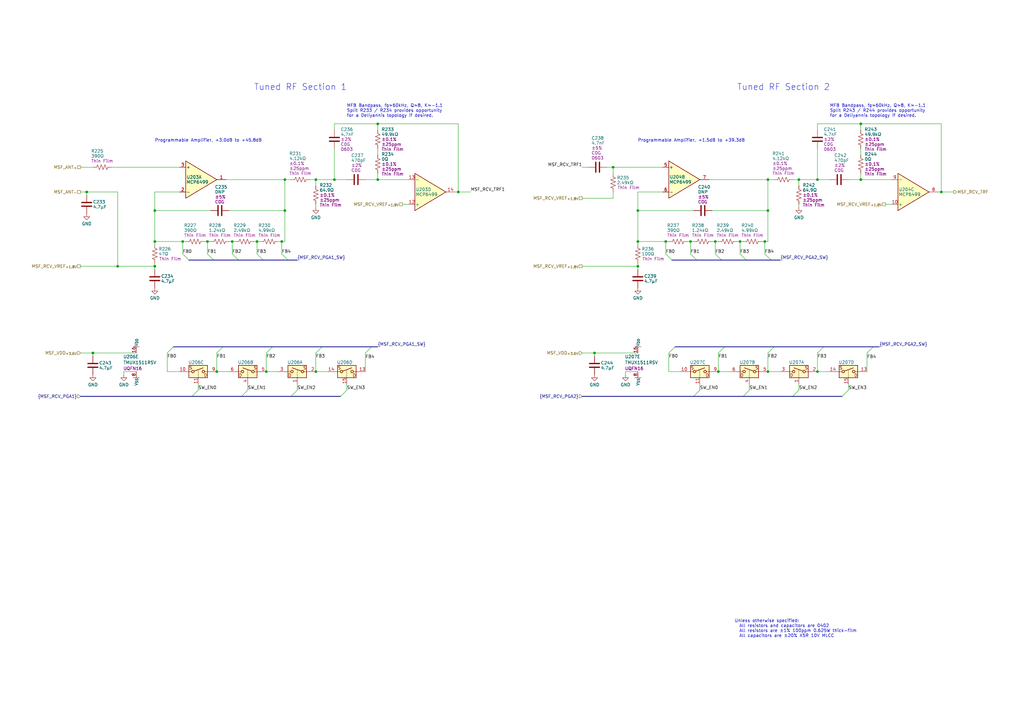
<source format=kicad_sch>
(kicad_sch (version 20230121) (generator eeschema)
  (paper "A3")
  (title_block (title "MSF Owl Clock - MSF Receiver Module (Tuned RF)") (rev "0.1") (company "Pete Restall <pete@restall.net>"))
  (lib_symbols
    (symbol "restall-generic-capacitors:capacitor-unpolarised" (pin_numbers hide) (pin_names (offset 0.254))
      (property "Reference" "C" (at 3.302 2.54 0))
      (property "Value" "capacitor-unpolarised" (at 3.302 0.762 0))
      (symbol "capacitor-unpolarised_0_1"
        (polyline (pts (xy -2.032 -0.762) (xy 2.032 -0.762)) (stroke (width 0.508)))
        (polyline (pts (xy -2.032 0.762) (xy 2.032 0.762)) (stroke (width 0.508)))
      )
      (symbol "capacitor-unpolarised_1_1"
        (pin passive line (at 0 3.81 270) (length 2.794) (name "~") (number "1"))
        (pin passive line (at 0 -3.81 90) (length 2.794) (name "~") (number "2"))
      )
    )
    (symbol "restall-generic-power:GND" (power) (pin_names (offset 0))
      (property "Value" "GND" (at 0 -3.81 0))
      (symbol "GND_0_1"
        (polyline (pts (xy 0 0) (xy 0 -1.27) (xy 1.27 -1.27) (xy 0 -2.54) (xy -1.27 -1.27) (xy 0 -1.27)))
      )
      (symbol "GND_1_1"
        (pin power_in line (at 0 0 270) (length 0) hide (name "GND") (number "1"))
      )
    )
    (symbol "restall-generic-resistors:resistor" (pin_numbers hide) (pin_names (offset 0))
      (property "Reference" "R" (at 1.778 2.032 0))
      (property "Value" "resistor" (at 1.778 0.508 0))
      (symbol "resistor_0_1"
        (polyline (pts (xy 0 -2.286) (xy 0 -2.54)))
        (polyline (pts (xy 0 2.286) (xy 0 2.54)))
        (polyline (pts (xy 0 -0.762) (xy 1.016 -1.143) (xy 0 -1.524) (xy -1.016 -1.905) (xy 0 -2.286)))
        (polyline (pts (xy 0 0.762) (xy 1.016 0.381) (xy 0 0) (xy -1.016 -0.381) (xy 0 -0.762)))
        (polyline (pts (xy 0 2.286) (xy 1.016 1.905) (xy 0 1.524) (xy -1.016 1.143) (xy 0 0.762)))
      )
      (symbol "resistor_1_1"
        (pin passive line (at 0 3.81 270) (length 1.27) (name "~") (number "1"))
        (pin passive line (at 0 -3.81 90) (length 1.27) (name "~") (number "2"))
      )
    )
    (symbol "restall-manufacturer-microchip:MCP6499?-?-S?" (pin_names (offset 0.127))
      (property "Reference" "U" (at 0 -5.588 0))
      (property "Value" "MCP6499" (at 0 -7.62 0))
      (symbol "MCP6499?-?-S?_1_1"
        (polyline (pts (xy -6.35 7.62) (xy 6.35 0) (xy -6.35 -7.62) (xy -6.35 7.62)) (stroke (width 0.254)) (fill (type background)))
        (pin output line (at 10.16 0 180) (length 3.81) (name "") (number "1"))
        (pin input line (at -8.89 -5.08 0) (length 2.54) (name "-") (number "2"))
        (pin input line (at -8.89 5.08 0) (length 2.54) (name "+") (number "3"))
      )
      (symbol "MCP6499?-?-S?_2_1"
        (polyline (pts (xy -6.35 7.62) (xy 6.35 0) (xy -6.35 -7.62) (xy -6.35 7.62)) (stroke (width 0.254)) (fill (type background)))
        (pin input line (at -8.89 5.08 0) (length 2.54) (name "+") (number "5"))
        (pin input line (at -8.89 -5.08 0) (length 2.54) (name "-") (number "6"))
        (pin output line (at 10.16 0 180) (length 3.81) (name "") (number "7"))
      )
      (symbol "MCP6499?-?-S?_3_1"
        (polyline (pts (xy -6.35 7.62) (xy 6.35 0) (xy -6.35 -7.62) (xy -6.35 7.62)) (stroke (width 0.254)) (fill (type background)))
        (pin input line (at -8.89 5.08 0) (length 2.54) (name "+") (number "10"))
        (pin output line (at 10.16 0 180) (length 3.81) (name "") (number "8"))
        (pin input line (at -8.89 -5.08 0) (length 2.54) (name "-") (number "9"))
      )
      (symbol "MCP6499?-?-S?_4_1"
        (polyline (pts (xy -6.35 7.62) (xy 6.35 0) (xy -6.35 -7.62) (xy -6.35 7.62)) (stroke (width 0.254)) (fill (type background)))
        (pin input line (at -8.89 5.08 0) (length 2.54) (name "+") (number "12"))
        (pin input line (at -8.89 -5.08 0) (length 2.54) (name "-") (number "13"))
        (pin output line (at 10.16 0 180) (length 3.81) (name "") (number "14"))
      )
      (symbol "MCP6499?-?-S?_5_0"
        (pin power_in line (at 0 -3.81 270) (length 2.54) (name "V_{SS}") (number "11"))
        (pin power_in line (at 0 3.81 90) (length 2.54) (name "V_{DD}") (number "4"))
      )
      (symbol "MCP6499?-?-S?_5_1"
        (polyline (pts (xy -1.27 -6.35) (xy 1.27 -6.35)) (stroke (width 0.1524)))
        (polyline (pts (xy -1.27 6.35) (xy 1.27 6.35)) (stroke (width 0.1524)))
      )
    )
    (symbol "restall-manufacturer-ti:TMUX1511RSV" (pin_names (offset 0.127))
      (property "Reference" "U" (at -7.62 7.874 0))
      (property "Value" "TMUX1511RSV" (at -7.62 5.842 0))
      (property "Package" "UQFN16" (at -7.62 3.81 0))
      (symbol "TMUX1511RSV_1_1"
        (rectangle (start -3.81 2.54) (end 3.81 -2.54) (stroke (width 0.254)) (fill (type background)))
        (circle (center -2.159 0) (radius 0.508) (stroke (width 0.254)))
        (polyline (pts (xy -5.08 0) (xy -2.794 0)))
        (polyline (pts (xy -1.524 0.254) (xy 2.032 1.524)) (stroke (width 0.254)))
        (polyline (pts (xy 0 -2.54) (xy 0 -2.032)))
        (polyline (pts (xy 0 -1.778) (xy 0 -1.524)))
        (polyline (pts (xy 0 -1.27) (xy 0 -1.016)))
        (polyline (pts (xy 0 -0.762) (xy 0 -0.508)))
        (polyline (pts (xy 0 -0.254) (xy 0 0)))
        (polyline (pts (xy 0 0.254) (xy 0 0.508)))
        (polyline (pts (xy 5.08 0) (xy 2.794 0)))
        (circle (center 2.159 0) (radius 0.508) (stroke (width 0.254)))
        (text "D" (at 3.048 -1.524 0) (effects (font (size 1.27 1.27))))
        (text "S" (at -3.048 1.524 0) (effects (font (size 1.27 1.27))))
        (pin input line (at 0 -5.08 90) (length 2.54) (name "~") (number "1"))
        (pin passive line (at -7.62 0 0) (length 2.54) (name "~") (number "2"))
        (pin passive line (at 7.62 0 180) (length 2.54) (name "~") (number "3"))
      )
      (symbol "TMUX1511RSV_2_1"
        (rectangle (start -3.81 2.54) (end 3.81 -2.54) (stroke (width 0.254)) (fill (type background)))
        (circle (center -2.159 0) (radius 0.508) (stroke (width 0.254)))
        (polyline (pts (xy -5.08 0) (xy -2.794 0)))
        (polyline (pts (xy -1.524 0.254) (xy 2.032 1.524)) (stroke (width 0.254)))
        (polyline (pts (xy 0 -2.54) (xy 0 -2.032)))
        (polyline (pts (xy 0 -1.778) (xy 0 -1.524)))
        (polyline (pts (xy 0 -1.27) (xy 0 -1.016)))
        (polyline (pts (xy 0 -0.762) (xy 0 -0.508)))
        (polyline (pts (xy 0 -0.254) (xy 0 0)))
        (polyline (pts (xy 0 0.254) (xy 0 0.508)))
        (polyline (pts (xy 5.08 0) (xy 2.794 0)))
        (circle (center 2.159 0) (radius 0.508) (stroke (width 0.254)))
        (text "D" (at 3.048 -1.524 0) (effects (font (size 1.27 1.27))))
        (text "S" (at -3.048 1.524 0) (effects (font (size 1.27 1.27))))
        (pin input line (at 0 -5.08 90) (length 2.54) (name "~") (number "4"))
        (pin passive line (at -7.62 0 0) (length 2.54) (name "~") (number "5"))
        (pin passive line (at 7.62 0 180) (length 2.54) (name "~") (number "6"))
      )
      (symbol "TMUX1511RSV_3_1"
        (rectangle (start -3.81 2.54) (end 3.81 -2.54) (stroke (width 0.254)) (fill (type background)))
        (circle (center -2.159 0) (radius 0.508) (stroke (width 0.254)))
        (polyline (pts (xy -5.08 0) (xy -2.794 0)))
        (polyline (pts (xy -1.524 0.254) (xy 2.032 1.524)) (stroke (width 0.254)))
        (polyline (pts (xy 0 -2.54) (xy 0 -2.032)))
        (polyline (pts (xy 0 -1.778) (xy 0 -1.524)))
        (polyline (pts (xy 0 -1.27) (xy 0 -1.016)))
        (polyline (pts (xy 0 -0.762) (xy 0 -0.508)))
        (polyline (pts (xy 0 -0.254) (xy 0 0)))
        (polyline (pts (xy 0 0.254) (xy 0 0.508)))
        (polyline (pts (xy 5.08 0) (xy 2.794 0)))
        (circle (center 2.159 0) (radius 0.508) (stroke (width 0.254)))
        (text "D" (at 3.048 -1.524 0) (effects (font (size 1.27 1.27))))
        (text "S" (at -3.048 1.524 0) (effects (font (size 1.27 1.27))))
        (pin passive line (at -7.62 0 0) (length 2.54) (name "~") (number "10"))
        (pin input line (at 0 -5.08 90) (length 2.54) (name "~") (number "11"))
        (pin passive line (at 7.62 0 180) (length 2.54) (name "~") (number "9"))
      )
      (symbol "TMUX1511RSV_4_1"
        (rectangle (start -3.81 2.54) (end 3.81 -2.54) (stroke (width 0.254)) (fill (type background)))
        (circle (center -2.159 0) (radius 0.508) (stroke (width 0.254)))
        (polyline (pts (xy -5.08 0) (xy -2.794 0)))
        (polyline (pts (xy -1.524 0.254) (xy 2.032 1.524)) (stroke (width 0.254)))
        (polyline (pts (xy 0 -2.54) (xy 0 -2.032)))
        (polyline (pts (xy 0 -1.778) (xy 0 -1.524)))
        (polyline (pts (xy 0 -1.27) (xy 0 -1.016)))
        (polyline (pts (xy 0 -0.762) (xy 0 -0.508)))
        (polyline (pts (xy 0 -0.254) (xy 0 0)))
        (polyline (pts (xy 0 0.254) (xy 0 0.508)))
        (polyline (pts (xy 5.08 0) (xy 2.794 0)))
        (circle (center 2.159 0) (radius 0.508) (stroke (width 0.254)))
        (text "D" (at 3.048 -1.524 0) (effects (font (size 1.27 1.27))))
        (text "S" (at -3.048 1.524 0) (effects (font (size 1.27 1.27))))
        (pin passive line (at 7.62 0 180) (length 2.54) (name "~") (number "13"))
        (pin passive line (at -7.62 0 0) (length 2.54) (name "~") (number "14"))
        (pin input line (at 0 -5.08 90) (length 2.54) (name "~") (number "15"))
      )
      (symbol "TMUX1511RSV_5_0"
        (pin passive line (at 0 -3.81 270) (length 2.54) hide (name "V_{SS}") (number "12"))
        (pin power_in line (at 0 3.81 90) (length 2.54) (name "V_{DD}") (number "16"))
        (pin passive line (at 0 -3.81 270) (length 2.54) hide (name "V_{SS}") (number "7"))
        (pin power_in line (at 0 -3.81 270) (length 2.54) (name "V_{SS}") (number "8"))
      )
      (symbol "TMUX1511RSV_5_1"
        (polyline (pts (xy -1.27 -6.35) (xy 1.27 -6.35)) (stroke (width 0.1524)))
        (polyline (pts (xy -1.27 6.35) (xy 1.27 6.35)) (stroke (width 0.1524)))
      )
    )
  )
  (bus_alias "MSF_RCV_PGA1" (members "SW_EN[0..3]"))
  (bus_alias "MSF_RCV_PGA2" (members "SW_EN[0..3]"))
  (junction (at 95.25 99.06))
  (junction (at 313.69 99.06))
  (junction (at 314.96 73.66))
  (junction (at 116.84 73.66))
  (junction (at 35.56 78.74))
  (junction (at 335.28 73.66))
  (junction (at 294.64 152.4))
  (junction (at 335.28 152.4))
  (junction (at 187.96 78.74))
  (junction (at 283.21 99.06))
  (junction (at 243.84 144.78))
  (junction (at 63.5 86.36))
  (junction (at 137.16 73.66))
  (junction (at 63.5 109.22))
  (junction (at 63.5 99.06))
  (junction (at 273.05 99.06))
  (junction (at 38.1 144.78))
  (junction (at 261.62 109.22))
  (junction (at 353.06 50.8))
  (junction (at 293.37 99.06))
  (junction (at 105.41 99.06))
  (junction (at 115.57 99.06))
  (junction (at 129.54 73.66))
  (junction (at 129.54 152.4))
  (junction (at 109.22 152.4))
  (junction (at 88.9 152.4))
  (junction (at 261.62 99.06))
  (junction (at 251.46 68.58))
  (junction (at 74.93 99.06))
  (junction (at 386.08 78.74))
  (junction (at 154.94 73.66))
  (junction (at 327.66 73.66))
  (junction (at 261.62 86.36))
  (junction (at 116.84 86.36))
  (junction (at 154.94 50.8))
  (junction (at 353.06 73.66))
  (junction (at 314.96 152.4))
  (junction (at 303.53 99.06))
  (junction (at 85.09 99.06))
  (junction (at 314.96 86.36))
  (junction (at 48.26 109.22))
  (bus_entry (at 316.23 106.68) (size -2.54 -2.54))
  (bus_entry (at 275.59 106.68) (size -2.54 -2.54))
  (bus_entry (at 71.12 142.24) (size -2.54 2.54))
  (bus_entry (at 78.74 162.56) (size 2.54 -2.54))
  (bus_entry (at 77.47 106.68) (size -2.54 -2.54))
  (bus_entry (at 91.44 142.24) (size -2.54 2.54))
  (bus_entry (at 337.82 142.24) (size -2.54 2.54))
  (bus_entry (at 358.14 142.24) (size -2.54 2.54))
  (bus_entry (at 111.76 142.24) (size -2.54 2.54))
  (bus_entry (at 295.91 106.68) (size -2.54 -2.54))
  (bus_entry (at 107.95 106.68) (size -2.54 -2.54))
  (bus_entry (at 132.08 142.24) (size -2.54 2.54))
  (bus_entry (at 284.48 162.56) (size 2.54 -2.54))
  (bus_entry (at 304.8 162.56) (size 2.54 -2.54))
  (bus_entry (at 276.86 142.24) (size -2.54 2.54))
  (bus_entry (at 119.38 162.56) (size 2.54 -2.54))
  (bus_entry (at 99.06 162.56) (size 2.54 -2.54))
  (bus_entry (at 97.79 106.68) (size -2.54 -2.54))
  (bus_entry (at 345.44 162.56) (size 2.54 -2.54))
  (bus_entry (at 118.11 106.68) (size -2.54 -2.54))
  (bus_entry (at 139.7 162.56) (size 2.54 -2.54))
  (bus_entry (at 285.75 106.68) (size -2.54 -2.54))
  (bus_entry (at 306.07 106.68) (size -2.54 -2.54))
  (bus_entry (at 325.12 162.56) (size 2.54 -2.54))
  (bus_entry (at 317.5 142.24) (size -2.54 2.54))
  (bus_entry (at 152.4 142.24) (size -2.54 2.54))
  (bus_entry (at 87.63 106.68) (size -2.54 -2.54))
  (bus_entry (at 297.18 142.24) (size -2.54 2.54))
  (wire (pts (xy 384.81 78.74) (xy 386.08 78.74)))
  (wire (pts (xy 251.46 68.58) (xy 271.78 68.58)))
  (bus (pts (xy 152.4 142.24) (xy 154.94 142.24)))
  (bus (pts (xy 284.48 162.56) (xy 304.8 162.56)))
  (wire (pts (xy 38.1 144.78) (xy 55.88 144.78)))
  (wire (pts (xy 154.94 53.34) (xy 154.94 50.8)))
  (wire (pts (xy 63.5 86.36) (xy 86.36 86.36)))
  (wire (pts (xy 48.26 109.22) (xy 63.5 109.22)))
  (wire (pts (xy 115.57 99.06) (xy 116.84 99.06)))
  (wire (pts (xy 129.54 152.4) (xy 134.62 152.4)))
  (wire (pts (xy 335.28 50.8) (xy 353.06 50.8)))
  (wire (pts (xy 48.26 78.74) (xy 48.26 109.22)))
  (bus (pts (xy 275.59 106.68) (xy 285.75 106.68)))
  (wire (pts (xy 313.69 99.06) (xy 313.69 104.14)))
  (wire (pts (xy 248.92 68.58) (xy 251.46 68.58)))
  (wire (pts (xy 154.94 60.96) (xy 154.94 63.5)))
  (wire (pts (xy 149.86 144.78) (xy 149.86 152.4)))
  (wire (pts (xy 93.98 86.36) (xy 116.84 86.36)))
  (wire (pts (xy 137.16 53.34) (xy 137.16 50.8)))
  (wire (pts (xy 302.26 99.06) (xy 303.53 99.06)))
  (wire (pts (xy 154.94 71.12) (xy 154.94 73.66)))
  (wire (pts (xy 292.1 86.36) (xy 314.96 86.36)))
  (bus (pts (xy 325.12 162.56) (xy 345.44 162.56)))
  (wire (pts (xy 63.5 86.36) (xy 63.5 99.06)))
  (wire (pts (xy 116.84 86.36) (xy 116.84 73.66)))
  (wire (pts (xy 335.28 60.96) (xy 335.28 73.66)))
  (wire (pts (xy 313.69 99.06) (xy 314.96 99.06)))
  (wire (pts (xy 116.84 73.66) (xy 119.38 73.66)))
  (wire (pts (xy 33.02 109.22) (xy 48.26 109.22)))
  (bus (pts (xy 119.38 162.56) (xy 139.7 162.56)))
  (wire (pts (xy 251.46 78.74) (xy 251.46 81.28)))
  (wire (pts (xy 238.76 81.28) (xy 251.46 81.28)))
  (wire (pts (xy 238.76 144.78) (xy 243.84 144.78)))
  (wire (pts (xy 314.96 86.36) (xy 314.96 73.66)))
  (wire (pts (xy 261.62 107.95) (xy 261.62 109.22)))
  (wire (pts (xy 238.76 109.22) (xy 261.62 109.22)))
  (wire (pts (xy 256.54 153.67) (xy 256.54 152.4)))
  (wire (pts (xy 353.06 60.96) (xy 353.06 63.5)))
  (wire (pts (xy 292.1 99.06) (xy 293.37 99.06)))
  (wire (pts (xy 353.06 71.12) (xy 353.06 73.66)))
  (wire (pts (xy 50.8 153.67) (xy 50.8 152.4)))
  (wire (pts (xy 127 73.66) (xy 129.54 73.66)))
  (wire (pts (xy 279.4 152.4) (xy 274.32 152.4)))
  (wire (pts (xy 116.84 73.66) (xy 92.71 73.66)))
  (wire (pts (xy 293.37 99.06) (xy 294.64 99.06)))
  (wire (pts (xy 314.96 73.66) (xy 317.5 73.66)))
  (wire (pts (xy 386.08 50.8) (xy 386.08 78.74)))
  (wire (pts (xy 261.62 99.06) (xy 261.62 100.33)))
  (wire (pts (xy 63.5 99.06) (xy 63.5 100.33)))
  (wire (pts (xy 101.6 157.48) (xy 101.6 160.02)))
  (wire (pts (xy 386.08 78.74) (xy 391.16 78.74)))
  (wire (pts (xy 74.93 99.06) (xy 74.93 104.14)))
  (wire (pts (xy 243.84 146.05) (xy 243.84 144.78)))
  (wire (pts (xy 104.14 99.06) (xy 105.41 99.06)))
  (wire (pts (xy 114.3 99.06) (xy 115.57 99.06)))
  (wire (pts (xy 335.28 53.34) (xy 335.28 50.8)))
  (wire (pts (xy 154.94 50.8) (xy 187.96 50.8)))
  (wire (pts (xy 294.64 144.78) (xy 294.64 152.4)))
  (bus (pts (xy 78.74 162.56) (xy 99.06 162.56)))
  (wire (pts (xy 142.24 157.48) (xy 142.24 160.02)))
  (wire (pts (xy 274.32 152.4) (xy 274.32 144.78)))
  (wire (pts (xy 95.25 99.06) (xy 95.25 104.14)))
  (bus (pts (xy 118.11 106.68) (xy 121.92 106.68)))
  (wire (pts (xy 283.21 99.06) (xy 281.94 99.06)))
  (wire (pts (xy 88.9 144.78) (xy 88.9 152.4)))
  (wire (pts (xy 327.66 85.09) (xy 327.66 83.82)))
  (wire (pts (xy 314.96 86.36) (xy 314.96 99.06)))
  (wire (pts (xy 347.98 157.48) (xy 347.98 160.02)))
  (bus (pts (xy 297.18 142.24) (xy 317.5 142.24)))
  (wire (pts (xy 261.62 86.36) (xy 284.48 86.36)))
  (wire (pts (xy 129.54 85.09) (xy 129.54 83.82)))
  (wire (pts (xy 261.62 86.36) (xy 261.62 78.74)))
  (wire (pts (xy 186.69 78.74) (xy 187.96 78.74)))
  (bus (pts (xy 304.8 162.56) (xy 325.12 162.56)))
  (bus (pts (xy 99.06 162.56) (xy 119.38 162.56)))
  (wire (pts (xy 105.41 99.06) (xy 105.41 104.14)))
  (wire (pts (xy 68.58 152.4) (xy 68.58 144.78)))
  (wire (pts (xy 154.94 73.66) (xy 167.64 73.66)))
  (wire (pts (xy 294.64 152.4) (xy 299.72 152.4)))
  (bus (pts (xy 132.08 142.24) (xy 152.4 142.24)))
  (wire (pts (xy 251.46 68.58) (xy 251.46 71.12)))
  (wire (pts (xy 165.1 83.82) (xy 167.64 83.82)))
  (bus (pts (xy 87.63 106.68) (xy 97.79 106.68)))
  (wire (pts (xy 85.09 99.06) (xy 83.82 99.06)))
  (wire (pts (xy 327.66 157.48) (xy 327.66 160.02)))
  (wire (pts (xy 137.16 50.8) (xy 154.94 50.8)))
  (wire (pts (xy 85.09 99.06) (xy 85.09 104.14)))
  (wire (pts (xy 95.25 99.06) (xy 96.52 99.06)))
  (wire (pts (xy 137.16 73.66) (xy 142.24 73.66)))
  (bus (pts (xy 111.76 142.24) (xy 132.08 142.24)))
  (wire (pts (xy 307.34 157.48) (xy 307.34 160.02)))
  (bus (pts (xy 276.86 142.24) (xy 297.18 142.24)))
  (wire (pts (xy 105.41 99.06) (xy 106.68 99.06)))
  (wire (pts (xy 129.54 73.66) (xy 137.16 73.66)))
  (wire (pts (xy 327.66 73.66) (xy 335.28 73.66)))
  (wire (pts (xy 290.83 73.66) (xy 314.96 73.66)))
  (bus (pts (xy 91.44 142.24) (xy 111.76 142.24)))
  (bus (pts (xy 33.02 162.56) (xy 78.74 162.56)))
  (wire (pts (xy 283.21 99.06) (xy 283.21 104.14)))
  (wire (pts (xy 353.06 73.66) (xy 365.76 73.66)))
  (wire (pts (xy 293.37 99.06) (xy 293.37 104.14)))
  (wire (pts (xy 303.53 99.06) (xy 303.53 104.14)))
  (wire (pts (xy 63.5 99.06) (xy 74.93 99.06)))
  (wire (pts (xy 363.22 83.82) (xy 365.76 83.82)))
  (wire (pts (xy 33.02 78.74) (xy 35.56 78.74)))
  (wire (pts (xy 347.98 73.66) (xy 353.06 73.66)))
  (wire (pts (xy 238.76 68.58) (xy 241.3 68.58)))
  (wire (pts (xy 109.22 144.78) (xy 109.22 152.4)))
  (wire (pts (xy 187.96 78.74) (xy 193.04 78.74)))
  (wire (pts (xy 74.93 99.06) (xy 76.2 99.06)))
  (wire (pts (xy 73.66 152.4) (xy 68.58 152.4)))
  (wire (pts (xy 314.96 152.4) (xy 320.04 152.4)))
  (bus (pts (xy 285.75 106.68) (xy 295.91 106.68)))
  (wire (pts (xy 325.12 73.66) (xy 327.66 73.66)))
  (wire (pts (xy 273.05 99.06) (xy 274.32 99.06)))
  (wire (pts (xy 335.28 152.4) (xy 340.36 152.4)))
  (wire (pts (xy 45.72 68.58) (xy 73.66 68.58)))
  (wire (pts (xy 335.28 144.78) (xy 335.28 152.4)))
  (wire (pts (xy 353.06 53.34) (xy 353.06 50.8)))
  (wire (pts (xy 129.54 73.66) (xy 129.54 76.2)))
  (wire (pts (xy 353.06 50.8) (xy 386.08 50.8)))
  (bus (pts (xy 97.79 106.68) (xy 107.95 106.68)))
  (wire (pts (xy 35.56 78.74) (xy 35.56 80.01)))
  (bus (pts (xy 77.47 106.68) (xy 87.63 106.68)))
  (wire (pts (xy 149.86 73.66) (xy 154.94 73.66)))
  (wire (pts (xy 355.6 144.78) (xy 355.6 152.4)))
  (wire (pts (xy 81.28 157.48) (xy 81.28 160.02)))
  (wire (pts (xy 314.96 144.78) (xy 314.96 152.4)))
  (wire (pts (xy 303.53 99.06) (xy 304.8 99.06)))
  (wire (pts (xy 287.02 157.48) (xy 287.02 160.02)))
  (wire (pts (xy 283.21 99.06) (xy 284.48 99.06)))
  (bus (pts (xy 358.14 142.24) (xy 360.68 142.24)))
  (wire (pts (xy 63.5 107.95) (xy 63.5 109.22)))
  (bus (pts (xy 337.82 142.24) (xy 358.14 142.24)))
  (wire (pts (xy 261.62 99.06) (xy 273.05 99.06)))
  (wire (pts (xy 63.5 109.22) (xy 63.5 110.49)))
  (wire (pts (xy 88.9 152.4) (xy 93.98 152.4)))
  (wire (pts (xy 261.62 109.22) (xy 261.62 110.49)))
  (wire (pts (xy 327.66 73.66) (xy 327.66 76.2)))
  (wire (pts (xy 93.98 99.06) (xy 95.25 99.06)))
  (bus (pts (xy 295.91 106.68) (xy 306.07 106.68)))
  (wire (pts (xy 256.54 152.4) (xy 261.62 152.4)))
  (wire (pts (xy 50.8 152.4) (xy 55.88 152.4)))
  (bus (pts (xy 107.95 106.68) (xy 118.11 106.68)))
  (wire (pts (xy 121.92 157.48) (xy 121.92 160.02)))
  (wire (pts (xy 38.1 146.05) (xy 38.1 144.78)))
  (bus (pts (xy 317.5 142.24) (xy 337.82 142.24)))
  (wire (pts (xy 335.28 73.66) (xy 340.36 73.66)))
  (wire (pts (xy 35.56 78.74) (xy 48.26 78.74)))
  (bus (pts (xy 316.23 106.68) (xy 320.04 106.68)))
  (wire (pts (xy 243.84 144.78) (xy 261.62 144.78)))
  (wire (pts (xy 33.02 68.58) (xy 38.1 68.58)))
  (wire (pts (xy 312.42 99.06) (xy 313.69 99.06)))
  (wire (pts (xy 63.5 78.74) (xy 73.66 78.74)))
  (wire (pts (xy 261.62 78.74) (xy 271.78 78.74)))
  (wire (pts (xy 85.09 99.06) (xy 86.36 99.06)))
  (wire (pts (xy 109.22 152.4) (xy 114.3 152.4)))
  (bus (pts (xy 238.76 162.56) (xy 284.48 162.56)))
  (wire (pts (xy 116.84 86.36) (xy 116.84 99.06)))
  (wire (pts (xy 115.57 99.06) (xy 115.57 104.14)))
  (wire (pts (xy 33.02 144.78) (xy 38.1 144.78)))
  (wire (pts (xy 137.16 60.96) (xy 137.16 73.66)))
  (wire (pts (xy 63.5 86.36) (xy 63.5 78.74)))
  (bus (pts (xy 71.12 142.24) (xy 91.44 142.24)))
  (wire (pts (xy 129.54 144.78) (xy 129.54 152.4)))
  (bus (pts (xy 306.07 106.68) (xy 316.23 106.68)))
  (wire (pts (xy 187.96 50.8) (xy 187.96 78.74)))
  (wire (pts (xy 273.05 99.06) (xy 273.05 104.14)))
  (wire (pts (xy 261.62 86.36) (xy 261.62 99.06)))
  (text "Programmable Amplifier, +1.5dB to +39.3dB" (at 261.62 58.42 0) (effects (font (size 1.27 1.27)) (justify left bottom)))
  (text "Tuned RF Section 2" (at 302.26 37.338 0) (effects (font (size 2.54 2.54)) (justify left bottom)))
  (text "Unless otherwise specified:\n  All resistors and capacitors are 0402\n  All resistors are ±1% 100ppm 0.625W thick-film\n  All capacitors are ±20% X5R 10V MLCC " (at 301.244 261.62 0) (effects (font (size 1.27 1.27)) (justify left bottom)))
  (text "Tuned RF Section 1" (at 104.14 37.338 0) (effects (font (size 2.54 2.54)) (justify left bottom)))
  (text "MFB Bandpass, f_{0}≃60kHz, Q≃8, K≃-1.1\nSplit R243 / R244 provides opportunity\nfor a Deliyannis topology if desired." (at 340.36 48.26 0) (effects (font (size 1.27 1.27)) (justify left bottom)))
  (text "Programmable Amplifier, +3.0dB to +45.8dB" (at 63.5 58.42 0) (effects (font (size 1.27 1.27)) (justify left bottom)))
  (text "MFB Bandpass, f_{0}≃60kHz, Q≃8, K≃-1.1\nSplit R233 / R234 provides opportunity\nfor a Deliyannis topology if desired." (at 142.24 48.26 0) (effects (font (size 1.27 1.27)) (justify left bottom)))
  (label "FB0" (at 273.05 104.14 0))
  (label "FB4" (at 115.57 104.14 0))
  (label "FB2" (at 314.96 147.066 0))
  (label "{MSF_RCV_PGA2_SW}" (at 320.04 106.68 0))
  (label "MSF_RCV_TRF1" (at 238.76 68.58 180))
  (label "FB1" (at 85.09 104.14 0))
  (label "FB4" (at 149.86 147.32 0))
  (label "FB3" (at 335.28 147.066 0))
  (label "FB1" (at 88.9 147.066 0))
  (label "FB1" (at 294.64 147.066 0))
  (label "FB3" (at 105.41 104.14 0))
  (label "FB2" (at 293.37 104.14 0))
  (label "FB3" (at 129.54 147.066 0))
  (label "MSF_RCV_TRF1" (at 193.04 78.74 0))
  (label "SW_EN3" (at 347.98 160.02 0))
  (label "FB4" (at 355.6 147.32 0))
  (label "FB4" (at 313.69 104.14 0))
  (label "{MSF_RCV_PGA1_SW}" (at 121.92 106.68 0))
  (label "{MSF_RCV_PGA2_SW}" (at 360.68 142.24 0))
  (label "FB3" (at 303.53 104.14 0))
  (label "FB2" (at 109.22 147.066 0))
  (label "FB1" (at 283.21 104.14 0))
  (label "SW_EN2" (at 121.92 160.02 0))
  (label "SW_EN3" (at 142.24 160.02 0))
  (label "SW_EN0" (at 81.28 160.02 0))
  (label "SW_EN1" (at 307.34 160.02 0))
  (label "SW_EN1" (at 101.6 160.02 0))
  (label "{MSF_RCV_PGA1_SW}" (at 154.94 142.24 0))
  (label "FB2" (at 95.25 104.14 0))
  (label "SW_EN0" (at 287.02 160.02 0))
  (label "FB0" (at 274.32 147.066 0))
  (label "SW_EN2" (at 327.66 160.02 0))
  (label "FB0" (at 74.93 104.14 0))
  (label "FB0" (at 68.58 147.066 0))
  (hierarchical_label "MSF_RCV_TRF" (shape output) (at 391.16 78.74 0))
  (hierarchical_label "MSF_ANT_{-}" (shape passive) (at 33.02 78.74 180))
  (hierarchical_label "{MSF_RCV_PGA2}" (shape input) (at 238.76 162.56 180))
  (hierarchical_label "MSF_RCV_VREF_{+1.8V}" (shape passive) (at 363.22 83.82 180))
  (hierarchical_label "MSF_RCV_VREF_{+1.8V}" (shape passive) (at 33.02 109.22 180))
  (hierarchical_label "MSF_VDD_{+3.6V}" (shape input) (at 238.76 144.78 180))
  (hierarchical_label "{MSF_RCV_PGA1}" (shape input) (at 33.02 162.56 180))
  (hierarchical_label "MSF_RCV_VREF_{+1.8V}" (shape passive) (at 165.1 83.82 180))
  (hierarchical_label "MSF_VDD_{+3.6V}" (shape input) (at 33.02 144.78 180))
  (hierarchical_label "MSF_RCV_VREF_{+1.8V}" (shape passive) (at 238.76 81.28 180))
  (hierarchical_label "MSF_RCV_VREF_{+1.8V}" (shape passive) (at 238.76 109.22 180))
  (hierarchical_label "MSF_ANT_{+}" (shape passive) (at 33.02 68.58 180))
  (symbol (lib_id "restall-generic-resistors:resistor") (at 327.66 80.01 0) (unit 1)
    (property "Reference" "R242" (at 329.184 75.946 0) (effects (justify left)))
    (property "Value" "64.9Ω" (at 329.184 77.978 0) (effects (justify left)))
    (property "Footprint" "restall-generic-resistors:nominal-0402-1005" (effects hide))
    (property "Label" "64.9Ω±0.1% 0.0625W" (effects hide))
    (property "Tolerance" "±0.1%" (at 329.184 80.01 0) (effects (justify left)))
    (property "PowerRating" "0.0625W" (effects hide))
    (property "TemperatureCoefficient" "±25ppm" (at 329.184 82.042 0) (effects (justify left)))
    (property "Construction" "Thin Film" (at 329.184 84.074 0) (effects (justify left)))
    (property "Package" "0402" (effects hide))
  )
  (symbol (lib_id "restall-manufacturer-ti:TMUX1511RSV") (at 55.88 148.59 0) (unit 5)
    (property "Reference" "U206" (at 50.546 146.2816 0) (effects (justify left)))
    (property "Value" "TMUX1511RSV" (at 50.546 148.7058 0) (effects (justify left)))
    (property "Footprint" "restall-manufacturer-ti:UQFN16-1.8x2.6mm-0.4mm" (effects hide))
    (property "Datasheet" "https://www.ti.com/lit/ds/symlink/tmux1511.pdf" (effects hide))
    (property "Package" "UQFN16" (at 50.546 151.13 0) (effects (justify left)))
    (property "Manufacturer" "Texas Instruments" (effects hide))
    (property "ManufacturerPartNumber" "TMUX1511RSVR" (effects hide))
  )
  (symbol (lib_id "restall-manufacturer-ti:TMUX1511RSV") (at 142.24 152.4 0) (unit 4)
    (property "Reference" "U206" (at 138.176 148.59 0) (effects (justify left)))
    (property "Value" "TMUX1511RSV" (effects hide))
    (property "Footprint" "restall-manufacturer-ti:UQFN16-1.8x2.6mm-0.4mm" (effects hide))
    (property "Datasheet" "https://www.ti.com/lit/ds/symlink/tmux1511.pdf" (effects hide))
    (property "Package" "UQFN16" (effects hide))
    (property "Manufacturer" "Texas Instruments" (effects hide))
    (property "ManufacturerPartNumber" "TMUX1511RSVR" (effects hide))
  )
  (symbol (lib_id "restall-generic-power:GND") (at 129.54 85.09 0) (unit 1)
    (property "Reference" "#PWR0131" (effects hide))
    (property "Value" "GND" (at 129.54 89.2231 0))
  )
  (symbol (lib_id "restall-generic-capacitors:capacitor-unpolarised") (at 90.17 86.36 90) (unit 1) (in_bom no)
    (property "Reference" "C235" (at 88.138 76.708 90) (effects (justify right)))
    (property "Value" "DNP" (at 88.138 78.74 90) (effects (justify right)))
    (property "Footprint" "restall-generic-capacitors:unpolarised-nominal-0402-1005" (effects hide))
    (property "Label" "??pF±5% 10V C0G" (effects hide))
    (property "Tolerance" "±5%" (at 88.138 80.772 90) (effects (justify right)))
    (property "VoltageRating" "10V" (effects hide))
    (property "TemperatureCoefficient" "C0G" (at 88.138 82.804 90) (effects (justify right)))
    (property "Dielectric" "MLCC" (effects hide))
    (property "Package" "0402" (effects hide))
  )
  (symbol (lib_id "restall-manufacturer-microchip:MCP6499?-?-S?") (at 374.65 78.74 0) (mirror x) (unit 3)
    (property "Reference" "U204" (at 368.554 77.724 0) (effects (justify left)))
    (property "Value" "MCP6499" (at 368.554 79.756 0) (effects (justify left)))
    (property "Footprint" "restall-manufacturer-microchip:SOIC14-3.9x8.65mm-1.27mm" (effects hide))
    (property "Datasheet" "https://ww1.microchip.com/downloads/aemDocuments/documents/MSLD/ProductDocuments/DataSheets/MCP6496-Data-Sheet-DS20006758.pdf" (effects hide))
    (property "Package" "SOIC" (effects hide))
    (property "Manufacturer" "Microchip" (effects hide))
    (property "ManufacturerPartNumber" "MCP6499T-E-SL" (effects hide))
  )
  (symbol (lib_id "restall-generic-capacitors:capacitor-unpolarised") (at 245.11 68.58 270) (unit 1)
    (property "Reference" "C238" (at 242.57 56.642 90) (effects (justify left)))
    (property "Value" "4.7nF" (at 242.57 58.674 90) (effects (justify left)))
    (property "Footprint" "restall-generic-capacitors:unpolarised-nominal-0603-1608" (effects hide))
    (property "Datasheet" "https://www.yageo.com/en/Chart/Download/pdf/CC0603FRNPO9BN472" (effects hide))
    (property "Label" "4.7nF±5% 10V C0G" (effects hide))
    (property "Tolerance" "±5%" (at 242.57 60.706 90) (effects (justify left)))
    (property "VoltageRating" "10V" (effects hide))
    (property "TemperatureCoefficient" "C0G" (at 242.57 62.738 90) (effects (justify left)))
    (property "Dielectric" "MLCC" (effects hide))
    (property "Package" "0603" (at 242.57 64.77 90) (effects (justify left)))
    (property "Manufacturer" "Yageo" (effects hide))
    (property "ManufacturerPartNumber" "CC0603FRNPO9BN472" (effects hide))
    (property "Manufacturer2" "Murata" (effects hide))
    (property "Manufacturer2PartNumber" "GCM1885C1H472GA16D" (effects hide))
  )
  (symbol (lib_id "restall-manufacturer-microchip:MCP6499?-?-S?") (at 280.67 73.66 0) (unit 2)
    (property "Reference" "U204" (at 274.574 72.5861 0) (effects (justify left)))
    (property "Value" "MCP6499" (at 274.574 74.676 0) (effects (justify left)))
    (property "Footprint" "restall-manufacturer-microchip:SOIC14-3.9x8.65mm-1.27mm" (effects hide))
    (property "Datasheet" "https://ww1.microchip.com/downloads/aemDocuments/documents/MSLD/ProductDocuments/DataSheets/MCP6496-Data-Sheet-DS20006758.pdf" (effects hide))
    (property "Package" "SOIC" (effects hide))
    (property "Manufacturer" "Microchip" (effects hide))
    (property "ManufacturerPartNumber" "MCP6499T-E-SL" (effects hide))
  )
  (symbol (lib_id "restall-generic-resistors:resistor") (at 123.19 73.66 90) (unit 1)
    (property "Reference" "R231" (at 118.618 62.992 90) (effects (justify right)))
    (property "Value" "4.12kΩ" (at 118.618 65.024 90) (effects (justify right)))
    (property "Footprint" "restall-generic-resistors:nominal-0402-1005" (effects hide))
    (property "Label" "4.12kΩ±0.1% 0.0625W" (effects hide))
    (property "Tolerance" "±0.1%" (at 118.618 67.056 90) (effects (justify right)))
    (property "PowerRating" "0.0625W" (effects hide))
    (property "TemperatureCoefficient" "±25ppm" (at 118.618 69.088 90) (effects (justify right)))
    (property "Construction" "Thin Film" (at 118.618 71.12 90) (effects (justify right)))
    (property "Package" "0402" (effects hide))
  )
  (symbol (lib_id "restall-generic-resistors:resistor") (at 261.62 104.14 0) (unit 1)
    (property "Reference" "R236" (at 263.144 102.108 0) (effects (justify left)))
    (property "Value" "100Ω" (at 263.144 104.14 0) (effects (justify left)))
    (property "Footprint" "restall-generic-resistors:nominal-0402-1005" (effects hide))
    (property "Label" "100Ω±1% 0.0625W" (effects hide))
    (property "Tolerance" "±1%" (effects hide))
    (property "PowerRating" "0.0625W" (effects hide))
    (property "TemperatureCoefficient" "±100ppm" (effects hide))
    (property "Construction" "Thin Film" (at 263.398 106.172 0) (effects (justify left)))
    (property "Package" "0402" (effects hide))
  )
  (symbol (lib_id "restall-generic-power:GND") (at 50.8 153.67 0) (unit 1)
    (property "Reference" "#PWR0147" (effects hide))
    (property "Value" "GND" (at 50.8 157.8031 0))
  )
  (symbol (lib_id "restall-manufacturer-ti:TMUX1511RSV") (at 347.98 152.4 0) (unit 4)
    (property "Reference" "U207" (at 343.916 148.59 0) (effects (justify left)))
    (property "Value" "TMUX1511RSV" (effects hide))
    (property "Footprint" "restall-manufacturer-ti:UQFN16-1.8x2.6mm-0.4mm" (effects hide))
    (property "Datasheet" "https://www.ti.com/lit/ds/symlink/tmux1511.pdf" (effects hide))
    (property "Package" "UQFN16" (effects hide))
    (property "Manufacturer" "Texas Instruments" (effects hide))
    (property "ManufacturerPartNumber" "TMUX1511RSVR" (effects hide))
  )
  (symbol (lib_id "restall-generic-resistors:resistor") (at 129.54 80.01 0) (unit 1)
    (property "Reference" "R232" (at 131.064 75.946 0) (effects (justify left)))
    (property "Value" "64.9Ω" (at 131.064 77.978 0) (effects (justify left)))
    (property "Footprint" "restall-generic-resistors:nominal-0402-1005" (effects hide))
    (property "Label" "64.9Ω±0.1% 0.0625W" (effects hide))
    (property "Tolerance" "±0.1%" (at 131.064 80.01 0) (effects (justify left)))
    (property "PowerRating" "0.0625W" (effects hide))
    (property "TemperatureCoefficient" "±25ppm" (at 131.064 82.042 0) (effects (justify left)))
    (property "Construction" "Thin Film" (at 131.064 84.074 0) (effects (justify left)))
    (property "Package" "0402" (effects hide))
  )
  (symbol (lib_id "restall-generic-power:GND") (at 35.56 87.63 0) (unit 1)
    (property "Reference" "#PWR0134" (effects hide))
    (property "Value" "GND" (at 35.56 91.7631 0))
  )
  (symbol (lib_id "restall-generic-power:GND") (at 63.5 118.11 0) (unit 1)
    (property "Reference" "#PWR0135" (effects hide))
    (property "Value" "GND" (at 63.5 122.2431 0))
  )
  (symbol (lib_id "restall-manufacturer-microchip:MCP6499?-?-S?") (at 82.55 73.66 0) (unit 1)
    (property "Reference" "U203" (at 76.454 72.644 0) (effects (justify left)))
    (property "Value" "MCP6499" (at 76.454 74.676 0) (effects (justify left)))
    (property "Footprint" "restall-manufacturer-microchip:SOIC14-3.9x8.65mm-1.27mm" (effects hide))
    (property "Datasheet" "https://ww1.microchip.com/downloads/aemDocuments/documents/MSLD/ProductDocuments/DataSheets/MCP6496-Data-Sheet-DS20006758.pdf" (effects hide))
    (property "Package" "SOIC" (effects hide))
    (property "Manufacturer" "Microchip" (effects hide))
    (property "ManufacturerPartNumber" "MCP6499T-E-SL" (effects hide))
  )
  (symbol (lib_id "restall-manufacturer-ti:TMUX1511RSV") (at 81.28 152.4 0) (unit 3)
    (property "Reference" "U206" (at 77.216 148.59 0) (effects (justify left)))
    (property "Value" "TMUX1511RSV" (effects hide))
    (property "Footprint" "restall-manufacturer-ti:UQFN16-1.8x2.6mm-0.4mm" (effects hide))
    (property "Datasheet" "https://www.ti.com/lit/ds/symlink/tmux1511.pdf" (effects hide))
    (property "Package" "UQFN16" (effects hide))
    (property "Manufacturer" "Texas Instruments" (effects hide))
    (property "ManufacturerPartNumber" "TMUX1511RSVR" (effects hide))
  )
  (symbol (lib_id "restall-manufacturer-ti:TMUX1511RSV") (at 287.02 152.4 0) (unit 3)
    (property "Reference" "U207" (at 282.956 148.59 0) (effects (justify left)))
    (property "Value" "TMUX1511RSV" (effects hide))
    (property "Footprint" "restall-manufacturer-ti:UQFN16-1.8x2.6mm-0.4mm" (effects hide))
    (property "Datasheet" "https://www.ti.com/lit/ds/symlink/tmux1511.pdf" (effects hide))
    (property "Package" "UQFN16" (effects hide))
    (property "Manufacturer" "Texas Instruments" (effects hide))
    (property "ManufacturerPartNumber" "TMUX1511RSVR" (effects hide))
  )
  (symbol (lib_id "restall-generic-power:GND") (at 261.62 118.11 0) (unit 1)
    (property "Reference" "#PWR0136" (effects hide))
    (property "Value" "GND" (at 261.62 122.2431 0))
  )
  (symbol (lib_id "restall-generic-capacitors:capacitor-unpolarised") (at 137.16 57.15 180) (unit 1)
    (property "Reference" "C236" (at 139.7 53.086 0) (effects (justify right)))
    (property "Value" "4.7nF" (at 139.7 55.118 0) (effects (justify right)))
    (property "Footprint" "restall-generic-capacitors:unpolarised-nominal-0603-1608" (effects hide))
    (property "Datasheet" "https://www.yageo.com/en/Chart/Download/pdf/CC0603FRNPO9BN472" (effects hide))
    (property "Label" "4.7nF±2% 10V C0G" (effects hide))
    (property "Tolerance" "±2%" (at 139.7 57.15 0) (effects (justify right)))
    (property "VoltageRating" "10V" (effects hide))
    (property "TemperatureCoefficient" "C0G" (at 139.7 59.182 0) (effects (justify right)))
    (property "Dielectric" "MLCC" (effects hide))
    (property "Package" "0603" (at 139.7 61.214 0) (effects (justify right)))
    (property "Manufacturer" "Yageo" (effects hide))
    (property "ManufacturerPartNumber" "CC0603FRNPO9BN472" (effects hide))
    (property "Manufacturer2" "Murata" (effects hide))
    (property "Manufacturer2PartNumber" "GCM1885C1H472GA16D" (effects hide))
  )
  (symbol (lib_id "restall-generic-capacitors:capacitor-unpolarised") (at 261.62 114.3 0) (unit 1)
    (property "Reference" "C239" (at 264.16 113.284 0) (effects (justify left)))
    (property "Value" "4.7μF" (at 264.16 115.316 0) (effects (justify left)))
    (property "Footprint" "restall-generic-capacitors:unpolarised-nominal-0402-1005" (effects hide))
    (property "Label" "4.7μF±20% 10V X5R" (effects hide))
    (property "Tolerance" "±20%" (effects hide))
    (property "VoltageRating" "10V" (effects hide))
    (property "TemperatureCoefficient" "X5R" (effects hide))
    (property "Dielectric" "MLCC" (effects hide))
    (property "Package" "0402" (effects hide))
    (property "Manufacturer" "Samsung" (effects hide))
  )
  (symbol (lib_id "restall-generic-power:GND") (at 256.54 153.67 0) (unit 1)
    (property "Reference" "#PWR0149" (effects hide))
    (property "Value" "GND" (at 256.54 157.8031 0))
  )
  (symbol (lib_id "restall-generic-resistors:resistor") (at 80.01 99.06 90) (unit 1)
    (property "Reference" "R227" (at 75.438 92.456 90) (effects (justify right)))
    (property "Value" "390Ω" (at 75.438 94.488 90) (effects (justify right)))
    (property "Footprint" "restall-generic-resistors:nominal-0402-1005" (effects hide))
    (property "Label" "390Ω±1% 0.0625W" (effects hide))
    (property "Tolerance" "±1%" (effects hide))
    (property "PowerRating" "0.0625W" (effects hide))
    (property "TemperatureCoefficient" "±100ppm" (effects hide))
    (property "Construction" "Thin Film" (at 75.438 96.52 90) (effects (justify right)))
    (property "Package" "0402" (effects hide))
  )
  (symbol (lib_id "restall-generic-capacitors:capacitor-unpolarised") (at 344.17 73.66 90) (unit 1)
    (property "Reference" "C242" (at 342.138 63.754 90) (effects (justify right)))
    (property "Value" "470pF" (at 342.138 65.786 90) (effects (justify right)))
    (property "Footprint" "restall-generic-capacitors:unpolarised-nominal-0402-1005" (effects hide))
    (property "Datasheet" "https://www.murata.com/en-eu/products/productdetail?partno=GCM1555C1H471FA16D" (effects hide))
    (property "Label" "470pF±2% 10V C0G" (effects hide))
    (property "Tolerance" "±2%" (at 342.138 67.818 90) (effects (justify right)))
    (property "VoltageRating" "10V" (effects hide))
    (property "TemperatureCoefficient" "C0G" (at 342.138 69.85 90) (effects (justify right)))
    (property "Dielectric" "MLCC" (effects hide))
    (property "Package" "0402" (effects hide))
    (property "Manufacturer" "Murata" (effects hide))
    (property "ManufacturerPartNumber" "GCM1555C1H471FA16D" (effects hide))
    (property "Manufacturer2" "Murata" (effects hide))
    (property "Manufacturer2PartNumber" "GRT1555C1H471FA02D" (effects hide))
  )
  (symbol (lib_id "restall-generic-resistors:resistor") (at 63.5 104.14 0) (unit 1)
    (property "Reference" "R226" (at 65.024 102.108 0) (effects (justify left)))
    (property "Value" "47Ω" (at 65.024 104.14 0) (effects (justify left)))
    (property "Footprint" "restall-generic-resistors:nominal-0402-1005" (effects hide))
    (property "Label" "47Ω±1% 0.0625W" (effects hide))
    (property "Tolerance" "±1%" (effects hide))
    (property "PowerRating" "0.0625W" (effects hide))
    (property "TemperatureCoefficient" "±100ppm" (effects hide))
    (property "Construction" "Thin Film" (at 65.278 106.172 0) (effects (justify left)))
    (property "Package" "0402" (effects hide))
  )
  (symbol (lib_id "restall-generic-resistors:resistor") (at 298.45 99.06 90) (unit 1)
    (property "Reference" "R239" (at 293.878 92.456 90) (effects (justify right)))
    (property "Value" "2.49kΩ" (at 293.878 94.488 90) (effects (justify right)))
    (property "Footprint" "restall-generic-resistors:nominal-0402-1005" (effects hide))
    (property "Label" "2.49kΩ±1% 0.0625W" (effects hide))
    (property "Tolerance" "±1%" (effects hide))
    (property "PowerRating" "0.0625W" (effects hide))
    (property "TemperatureCoefficient" "±100ppm" (effects hide))
    (property "Construction" "Thin Film" (at 293.878 96.52 90) (effects (justify right)))
    (property "Package" "0402" (effects hide))
  )
  (symbol (lib_id "restall-generic-power:GND") (at 327.66 85.09 0) (unit 1)
    (property "Reference" "#PWR0132" (effects hide))
    (property "Value" "GND" (at 327.66 89.2231 0))
  )
  (symbol (lib_id "restall-manufacturer-ti:TMUX1511RSV") (at 101.6 152.4 0) (mirror y) (unit 2)
    (property "Reference" "U206" (at 97.536 148.59 0) (effects (justify right)))
    (property "Value" "TMUX1511RSV" (effects hide))
    (property "Footprint" "restall-manufacturer-ti:UQFN16-1.8x2.6mm-0.4mm" (effects hide))
    (property "Datasheet" "https://www.ti.com/lit/ds/symlink/tmux1511.pdf" (effects hide))
    (property "Package" "UQFN16" (effects hide))
    (property "Manufacturer" "Texas Instruments" (effects hide))
    (property "ManufacturerPartNumber" "TMUX1511RSVR" (effects hide))
  )
  (symbol (lib_id "restall-generic-resistors:resistor") (at 110.49 99.06 90) (unit 1)
    (property "Reference" "R230" (at 105.918 92.456 90) (effects (justify right)))
    (property "Value" "4.99kΩ" (at 105.918 94.488 90) (effects (justify right)))
    (property "Footprint" "restall-generic-resistors:nominal-0402-1005" (effects hide))
    (property "Label" "4.99kΩ±1% 0.0625W" (effects hide))
    (property "Tolerance" "±1%" (effects hide))
    (property "PowerRating" "0.0625W" (effects hide))
    (property "TemperatureCoefficient" "±100ppm" (effects hide))
    (property "Construction" "Thin Film" (at 105.918 96.52 90) (effects (justify right)))
    (property "Package" "0402" (effects hide))
  )
  (symbol (lib_id "restall-generic-power:GND") (at 38.1 153.67 0) (unit 1)
    (property "Reference" "#PWR0146" (effects hide))
    (property "Value" "GND" (at 38.1 157.8031 0))
  )
  (symbol (lib_id "restall-generic-resistors:resistor") (at 353.06 67.31 0) (unit 1)
    (property "Reference" "R244" (at 354.584 63.246 0) (effects (justify left)))
    (property "Value" "0Ω" (at 354.584 65.278 0) (effects (justify left)))
    (property "Footprint" "restall-generic-resistors:nominal-0402-1005" (effects hide))
    (property "Label" "0Ω±0.1% 0.0625W" (effects hide))
    (property "Tolerance" "±0.1%" (at 354.584 67.31 0) (effects (justify left)))
    (property "PowerRating" "0.0625W" (effects hide))
    (property "TemperatureCoefficient" "±25ppm" (at 354.584 69.342 0) (effects (justify left)))
    (property "Construction" "Thin Film" (at 354.584 71.374 0) (effects (justify left)))
    (property "Package" "0402" (effects hide))
  )
  (symbol (lib_id "restall-generic-capacitors:capacitor-unpolarised") (at 38.1 149.86 0) (unit 1)
    (property "Reference" "C243" (at 40.64 148.844 0) (effects (justify left)))
    (property "Value" "4.7μF" (at 40.64 150.876 0) (effects (justify left)))
    (property "Footprint" "restall-generic-capacitors:unpolarised-nominal-0402-1005" (effects hide))
    (property "Label" "4.7μF±20% 10V X5R" (effects hide))
    (property "Tolerance" "±20%" (effects hide))
    (property "VoltageRating" "10V" (effects hide))
    (property "TemperatureCoefficient" "X5R" (effects hide))
    (property "Dielectric" "MLCC" (effects hide))
    (property "Package" "0402" (effects hide))
    (property "Manufacturer" "Samsung" (effects hide))
  )
  (symbol (lib_id "restall-generic-resistors:resistor") (at 154.94 67.31 0) (unit 1)
    (property "Reference" "R234" (at 156.464 63.246 0) (effects (justify left)))
    (property "Value" "0Ω" (at 156.464 65.278 0) (effects (justify left)))
    (property "Footprint" "restall-generic-resistors:nominal-0402-1005" (effects hide))
    (property "Label" "0Ω±0.1% 0.0625W" (effects hide))
    (property "Tolerance" "±0.1%" (at 156.464 67.31 0) (effects (justify left)))
    (property "PowerRating" "0.0625W" (effects hide))
    (property "TemperatureCoefficient" "±25ppm" (at 156.464 69.342 0) (effects (justify left)))
    (property "Construction" "Thin Film" (at 156.464 71.374 0) (effects (justify left)))
    (property "Package" "0402" (effects hide))
  )
  (symbol (lib_id "restall-generic-resistors:resistor") (at 353.06 57.15 0) (unit 1)
    (property "Reference" "R243" (at 354.584 53.086 0) (effects (justify left)))
    (property "Value" "49.9kΩ" (at 354.584 55.118 0) (effects (justify left)))
    (property "Footprint" "restall-generic-resistors:nominal-0402-1005" (effects hide))
    (property "Label" "49.9kΩ±0.1% 0.0625W" (effects hide))
    (property "Tolerance" "±0.1%" (at 354.584 57.15 0) (effects (justify left)))
    (property "PowerRating" "0.0625W" (effects hide))
    (property "TemperatureCoefficient" "±25ppm" (at 354.584 59.182 0) (effects (justify left)))
    (property "Construction" "Thin Film" (at 354.584 61.214 0) (effects (justify left)))
    (property "Package" "0402" (effects hide))
  )
  (symbol (lib_id "restall-generic-capacitors:capacitor-unpolarised") (at 288.29 86.36 90) (unit 1) (in_bom no)
    (property "Reference" "C240" (at 286.258 76.708 90) (effects (justify right)))
    (property "Value" "DNP" (at 286.258 78.74 90) (effects (justify right)))
    (property "Footprint" "restall-generic-capacitors:unpolarised-nominal-0402-1005" (effects hide))
    (property "Label" "??pF±5% 10V C0G" (effects hide))
    (property "Tolerance" "±5%" (at 286.258 80.772 90) (effects (justify right)))
    (property "VoltageRating" "10V" (effects hide))
    (property "TemperatureCoefficient" "C0G" (at 286.258 82.804 90) (effects (justify right)))
    (property "Dielectric" "MLCC" (effects hide))
    (property "Package" "0402" (effects hide))
  )
  (symbol (lib_id "restall-generic-capacitors:capacitor-unpolarised") (at 146.05 73.66 90) (unit 1)
    (property "Reference" "C237" (at 144.018 63.754 90) (effects (justify right)))
    (property "Value" "470pF" (at 144.018 65.786 90) (effects (justify right)))
    (property "Footprint" "restall-generic-capacitors:unpolarised-nominal-0402-1005" (effects hide))
    (property "Datasheet" "https://www.murata.com/en-eu/products/productdetail?partno=GCM1555C1H471FA16D" (effects hide))
    (property "Label" "470pF±2% 10V C0G" (effects hide))
    (property "Tolerance" "±2%" (at 144.018 67.818 90) (effects (justify right)))
    (property "VoltageRating" "10V" (effects hide))
    (property "TemperatureCoefficient" "C0G" (at 144.018 69.85 90) (effects (justify right)))
    (property "Dielectric" "MLCC" (effects hide))
    (property "Package" "0402" (effects hide))
    (property "Manufacturer" "Murata" (effects hide))
    (property "ManufacturerPartNumber" "GCM1555C1H471FA16D" (effects hide))
    (property "Manufacturer2" "Murata" (effects hide))
    (property "Manufacturer2PartNumber" "GRT1555C1H471FA02D" (effects hide))
  )
  (symbol (lib_id "restall-generic-resistors:resistor") (at 308.61 99.06 90) (unit 1)
    (property "Reference" "R240" (at 304.038 92.456 90) (effects (justify right)))
    (property "Value" "4.99kΩ" (at 304.038 94.488 90) (effects (justify right)))
    (property "Footprint" "restall-generic-resistors:nominal-0402-1005" (effects hide))
    (property "Label" "4.99kΩ±1% 0.0625W" (effects hide))
    (property "Tolerance" "±1%" (effects hide))
    (property "PowerRating" "0.0625W" (effects hide))
    (property "TemperatureCoefficient" "±100ppm" (effects hide))
    (property "Construction" "Thin Film" (at 304.038 96.52 90) (effects (justify right)))
    (property "Package" "0402" (effects hide))
  )
  (symbol (lib_id "restall-manufacturer-ti:TMUX1511RSV") (at 307.34 152.4 0) (mirror y) (unit 2)
    (property "Reference" "U207" (at 303.276 148.59 0) (effects (justify right)))
    (property "Value" "TMUX1511RSV" (effects hide))
    (property "Footprint" "restall-manufacturer-ti:UQFN16-1.8x2.6mm-0.4mm" (effects hide))
    (property "Datasheet" "https://www.ti.com/lit/ds/symlink/tmux1511.pdf" (effects hide))
    (property "Package" "UQFN16" (effects hide))
    (property "Manufacturer" "Texas Instruments" (effects hide))
    (property "ManufacturerPartNumber" "TMUX1511RSVR" (effects hide))
  )
  (symbol (lib_id "restall-generic-resistors:resistor") (at 41.91 68.58 90) (unit 1)
    (property "Reference" "R225" (at 37.338 61.976 90) (effects (justify right)))
    (property "Value" "390Ω" (at 37.338 64.008 90) (effects (justify right)))
    (property "Footprint" "restall-generic-resistors:nominal-0402-1005" (effects hide))
    (property "Label" "390Ω±1% 0.0625W" (effects hide))
    (property "Tolerance" "±1%" (effects hide))
    (property "PowerRating" "0.0625W" (effects hide))
    (property "TemperatureCoefficient" "±100ppm" (effects hide))
    (property "Construction" "Thin Film" (at 37.338 66.04 90) (effects (justify right)))
    (property "Package" "0402" (effects hide))
  )
  (symbol (lib_id "restall-generic-capacitors:capacitor-unpolarised") (at 243.84 149.86 0) (unit 1)
    (property "Reference" "C244" (at 246.38 148.844 0) (effects (justify left)))
    (property "Value" "4.7μF" (at 246.38 150.876 0) (effects (justify left)))
    (property "Footprint" "restall-generic-capacitors:unpolarised-nominal-0402-1005" (effects hide))
    (property "Label" "4.7μF±20% 10V X5R" (effects hide))
    (property "Tolerance" "±20%" (effects hide))
    (property "VoltageRating" "10V" (effects hide))
    (property "TemperatureCoefficient" "X5R" (effects hide))
    (property "Dielectric" "MLCC" (effects hide))
    (property "Package" "0402" (effects hide))
    (property "Manufacturer" "Samsung" (effects hide))
  )
  (symbol (lib_id "restall-generic-resistors:resistor") (at 278.13 99.06 90) (unit 1)
    (property "Reference" "R237" (at 273.558 92.456 90) (effects (justify right)))
    (property "Value" "390Ω" (at 273.558 94.488 90) (effects (justify right)))
    (property "Footprint" "restall-generic-resistors:nominal-0402-1005" (effects hide))
    (property "Label" "390Ω±1% 0.0625W" (effects hide))
    (property "Tolerance" "±1%" (effects hide))
    (property "PowerRating" "0.0625W" (effects hide))
    (property "TemperatureCoefficient" "±100ppm" (effects hide))
    (property "Construction" "Thin Film" (at 273.558 96.52 90) (effects (justify right)))
    (property "Package" "0402" (effects hide))
  )
  (symbol (lib_id "restall-manufacturer-microchip:MCP6499?-?-S?") (at 176.53 78.74 0) (mirror x) (unit 4)
    (property "Reference" "U203" (at 170.434 77.724 0) (effects (justify left)))
    (property "Value" "MCP6499" (at 170.434 79.756 0) (effects (justify left)))
    (property "Footprint" "restall-manufacturer-microchip:SOIC14-3.9x8.65mm-1.27mm" (effects hide))
    (property "Datasheet" "https://ww1.microchip.com/downloads/aemDocuments/documents/MSLD/ProductDocuments/DataSheets/MCP6496-Data-Sheet-DS20006758.pdf" (effects hide))
    (property "Package" "SOIC" (effects hide))
    (property "Manufacturer" "Microchip" (effects hide))
    (property "ManufacturerPartNumber" "MCP6499T-E-SL" (effects hide))
  )
  (symbol (lib_id "restall-generic-resistors:resistor") (at 100.33 99.06 90) (unit 1)
    (property "Reference" "R229" (at 95.758 92.456 90) (effects (justify right)))
    (property "Value" "2.49kΩ" (at 95.758 94.488 90) (effects (justify right)))
    (property "Footprint" "restall-generic-resistors:nominal-0402-1005" (effects hide))
    (property "Label" "2.49kΩ±1% 0.0625W" (effects hide))
    (property "Tolerance" "±1%" (effects hide))
    (property "PowerRating" "0.0625W" (effects hide))
    (property "TemperatureCoefficient" "±100ppm" (effects hide))
    (property "Construction" "Thin Film" (at 95.758 96.52 90) (effects (justify right)))
    (property "Package" "0402" (effects hide))
  )
  (symbol (lib_id "restall-generic-resistors:resistor") (at 321.31 73.66 90) (unit 1)
    (property "Reference" "R241" (at 316.738 62.992 90) (effects (justify right)))
    (property "Value" "4.12kΩ" (at 316.738 65.024 90) (effects (justify right)))
    (property "Footprint" "restall-generic-resistors:nominal-0402-1005" (effects hide))
    (property "Label" "4.12kΩ±0.1% 0.0625W" (effects hide))
    (property "Tolerance" "±0.1%" (at 316.738 67.056 90) (effects (justify right)))
    (property "PowerRating" "0.0625W" (effects hide))
    (property "TemperatureCoefficient" "±25ppm" (at 316.738 69.088 90) (effects (justify right)))
    (property "Construction" "Thin Film" (at 316.738 71.12 90) (effects (justify right)))
    (property "Package" "0402" (effects hide))
  )
  (symbol (lib_id "restall-manufacturer-ti:TMUX1511RSV") (at 327.66 152.4 0) (mirror y) (unit 1)
    (property "Reference" "U207" (at 323.596 148.59 0) (effects (justify right)))
    (property "Value" "TMUX1511RSV" (effects hide))
    (property "Footprint" "restall-manufacturer-ti:UQFN16-1.8x2.6mm-0.4mm" (effects hide))
    (property "Datasheet" "https://www.ti.com/lit/ds/symlink/tmux1511.pdf" (effects hide))
    (property "Package" "UQFN16" (effects hide))
    (property "Manufacturer" "Texas Instruments" (effects hide))
    (property "ManufacturerPartNumber" "TMUX1511RSVR" (effects hide))
  )
  (symbol (lib_id "restall-generic-resistors:resistor") (at 288.29 99.06 90) (unit 1)
    (property "Reference" "R238" (at 283.718 92.456 90) (effects (justify right)))
    (property "Value" "1.24kΩ" (at 283.718 94.488 90) (effects (justify right)))
    (property "Footprint" "restall-generic-resistors:nominal-0402-1005" (effects hide))
    (property "Label" "1.24kΩ±1% 0.0625W" (effects hide))
    (property "Tolerance" "±1%" (effects hide))
    (property "PowerRating" "0.0625W" (effects hide))
    (property "TemperatureCoefficient" "±100ppm" (effects hide))
    (property "Construction" "Thin Film" (at 283.718 96.52 90) (effects (justify right)))
    (property "Package" "0402" (effects hide))
  )
  (symbol (lib_id "restall-generic-capacitors:capacitor-unpolarised") (at 63.5 114.3 0) (unit 1)
    (property "Reference" "C234" (at 66.04 113.284 0) (effects (justify left)))
    (property "Value" "4.7μF" (at 66.04 115.316 0) (effects (justify left)))
    (property "Footprint" "restall-generic-capacitors:unpolarised-nominal-0402-1005" (effects hide))
    (property "Label" "4.7μF±20% 10V X5R" (effects hide))
    (property "Tolerance" "±20%" (effects hide))
    (property "VoltageRating" "10V" (effects hide))
    (property "TemperatureCoefficient" "X5R" (effects hide))
    (property "Dielectric" "MLCC" (effects hide))
    (property "Package" "0402" (effects hide))
    (property "Manufacturer" "Samsung" (effects hide))
  )
  (symbol (lib_id "restall-manufacturer-ti:TMUX1511RSV") (at 121.92 152.4 0) (mirror y) (unit 1)
    (property "Reference" "U206" (at 117.856 148.59 0) (effects (justify right)))
    (property "Value" "TMUX1511RSV" (effects hide))
    (property "Footprint" "restall-manufacturer-ti:UQFN16-1.8x2.6mm-0.4mm" (effects hide))
    (property "Datasheet" "https://www.ti.com/lit/ds/symlink/tmux1511.pdf" (effects hide))
    (property "Package" "UQFN16" (effects hide))
    (property "Manufacturer" "Texas Instruments" (effects hide))
    (property "ManufacturerPartNumber" "TMUX1511RSVR" (effects hide))
  )
  (symbol (lib_id "restall-generic-capacitors:capacitor-unpolarised") (at 35.56 83.82 0) (unit 1)
    (property "Reference" "C233" (at 38.1 82.804 0) (effects (justify left)))
    (property "Value" "4.7μF" (at 38.1 84.836 0) (effects (justify left)))
    (property "Footprint" "restall-generic-capacitors:unpolarised-nominal-0402-1005" (effects hide))
    (property "Label" "4.7μF±20% 10V X5R" (effects hide))
    (property "Tolerance" "±20%" (effects hide))
    (property "VoltageRating" "10V" (effects hide))
    (property "TemperatureCoefficient" "X5R" (effects hide))
    (property "Dielectric" "MLCC" (effects hide))
    (property "Package" "0402" (effects hide))
    (property "Manufacturer" "Samsung" (effects hide))
  )
  (symbol (lib_id "restall-generic-resistors:resistor") (at 154.94 57.15 0) (unit 1)
    (property "Reference" "R233" (at 156.464 53.086 0) (effects (justify left)))
    (property "Value" "49.9kΩ" (at 156.464 55.118 0) (effects (justify left)))
    (property "Footprint" "restall-generic-resistors:nominal-0402-1005" (effects hide))
    (property "Label" "49.9kΩ±0.1% 0.0625W" (effects hide))
    (property "Tolerance" "±0.1%" (at 156.464 57.15 0) (effects (justify left)))
    (property "PowerRating" "0.0625W" (effects hide))
    (property "TemperatureCoefficient" "±25ppm" (at 156.464 59.182 0) (effects (justify left)))
    (property "Construction" "Thin Film" (at 156.464 61.214 0) (effects (justify left)))
    (property "Package" "0402" (effects hide))
  )
  (symbol (lib_id "restall-generic-resistors:resistor") (at 251.46 74.93 0) (unit 1)
    (property "Reference" "R235" (at 252.984 72.898 0) (effects (justify left)))
    (property "Value" "2.49kΩ" (at 252.984 74.93 0) (effects (justify left)))
    (property "Footprint" "restall-generic-resistors:nominal-0402-1005" (effects hide))
    (property "Label" "2.49kΩ±1% 0.0625W" (effects hide))
    (property "Tolerance" "±1%" (effects hide))
    (property "PowerRating" "0.0625W" (effects hide))
    (property "TemperatureCoefficient" "±100ppm" (effects hide))
    (property "Construction" "Thin Film" (at 253.238 76.962 0) (effects (justify left)))
    (property "Package" "0402" (effects hide))
  )
  (symbol (lib_id "restall-generic-resistors:resistor") (at 90.17 99.06 90) (unit 1)
    (property "Reference" "R228" (at 85.598 92.456 90) (effects (justify right)))
    (property "Value" "1.24kΩ" (at 85.598 94.488 90) (effects (justify right)))
    (property "Footprint" "restall-generic-resistors:nominal-0402-1005" (effects hide))
    (property "Label" "1.24kΩ±1% 0.0625W" (effects hide))
    (property "Tolerance" "±1%" (effects hide))
    (property "PowerRating" "0.0625W" (effects hide))
    (property "TemperatureCoefficient" "±100ppm" (effects hide))
    (property "Construction" "Thin Film" (at 85.598 96.52 90) (effects (justify right)))
    (property "Package" "0402" (effects hide))
  )
  (symbol (lib_id "restall-manufacturer-ti:TMUX1511RSV") (at 261.62 148.59 0) (unit 5)
    (property "Reference" "U207" (at 256.286 146.2816 0) (effects (justify left)))
    (property "Value" "TMUX1511RSV" (at 256.286 148.7058 0) (effects (justify left)))
    (property "Footprint" "restall-manufacturer-ti:UQFN16-1.8x2.6mm-0.4mm" (effects hide))
    (property "Datasheet" "https://www.ti.com/lit/ds/symlink/tmux1511.pdf" (effects hide))
    (property "Package" "UQFN16" (at 256.286 151.13 0) (effects (justify left)))
    (property "Manufacturer" "Texas Instruments" (effects hide))
    (property "ManufacturerPartNumber" "TMUX1511RSVR" (effects hide))
  )
  (symbol (lib_id "restall-generic-power:GND") (at 243.84 153.67 0) (unit 1)
    (property "Reference" "#PWR0148" (effects hide))
    (property "Value" "GND" (at 243.84 157.8031 0))
  )
  (symbol (lib_id "restall-generic-capacitors:capacitor-unpolarised") (at 335.28 57.15 180) (unit 1)
    (property "Reference" "C241" (at 337.82 53.086 0) (effects (justify right)))
    (property "Value" "4.7nF" (at 337.82 55.118 0) (effects (justify right)))
    (property "Footprint" "restall-generic-capacitors:unpolarised-nominal-0603-1608" (effects hide))
    (property "Datasheet" "https://www.yageo.com/en/Chart/Download/pdf/CC0603FRNPO9BN472" (effects hide))
    (property "Label" "4.7nF±2% 10V C0G" (effects hide))
    (property "Tolerance" "±2%" (at 337.82 57.15 0) (effects (justify right)))
    (property "VoltageRating" "10V" (effects hide))
    (property "TemperatureCoefficient" "C0G" (at 337.82 59.182 0) (effects (justify right)))
    (property "Dielectric" "MLCC" (effects hide))
    (property "Package" "0603" (at 337.82 61.214 0) (effects (justify right)))
    (property "Manufacturer" "Yageo" (effects hide))
    (property "ManufacturerPartNumber" "CC0603FRNPO9BN472" (effects hide))
    (property "Manufacturer2" "Murata" (effects hide))
    (property "Manufacturer2PartNumber" "GCM1885C1H472GA16D" (effects hide))
  )
)
</source>
